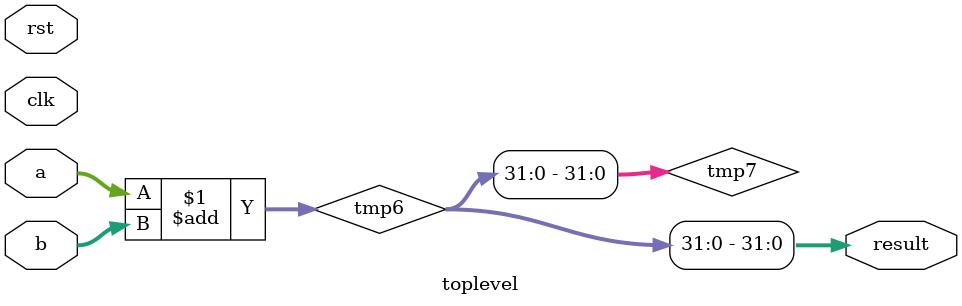
<source format=v>

module toplevel(clk, rst, a, b, result);
    input clk;
    input rst;
    input[31:0] a;
    input[31:0] b;
    output[31:0] result;

    wire[32:0] tmp6;
    wire[31:0] tmp7;

    // Combinational
    assign result = tmp7;
    assign tmp6 = a + b;
    assign tmp7 = {tmp6[31], tmp6[30], tmp6[29], tmp6[28], tmp6[27], tmp6[26], tmp6[25], tmp6[24], tmp6[23], tmp6[22], tmp6[21], tmp6[20], tmp6[19], tmp6[18], tmp6[17], tmp6[16], tmp6[15], tmp6[14], tmp6[13], tmp6[12], tmp6[11], tmp6[10], tmp6[9], tmp6[8], tmp6[7], tmp6[6], tmp6[5], tmp6[4], tmp6[3], tmp6[2], tmp6[1], tmp6[0]};

endmodule


</source>
